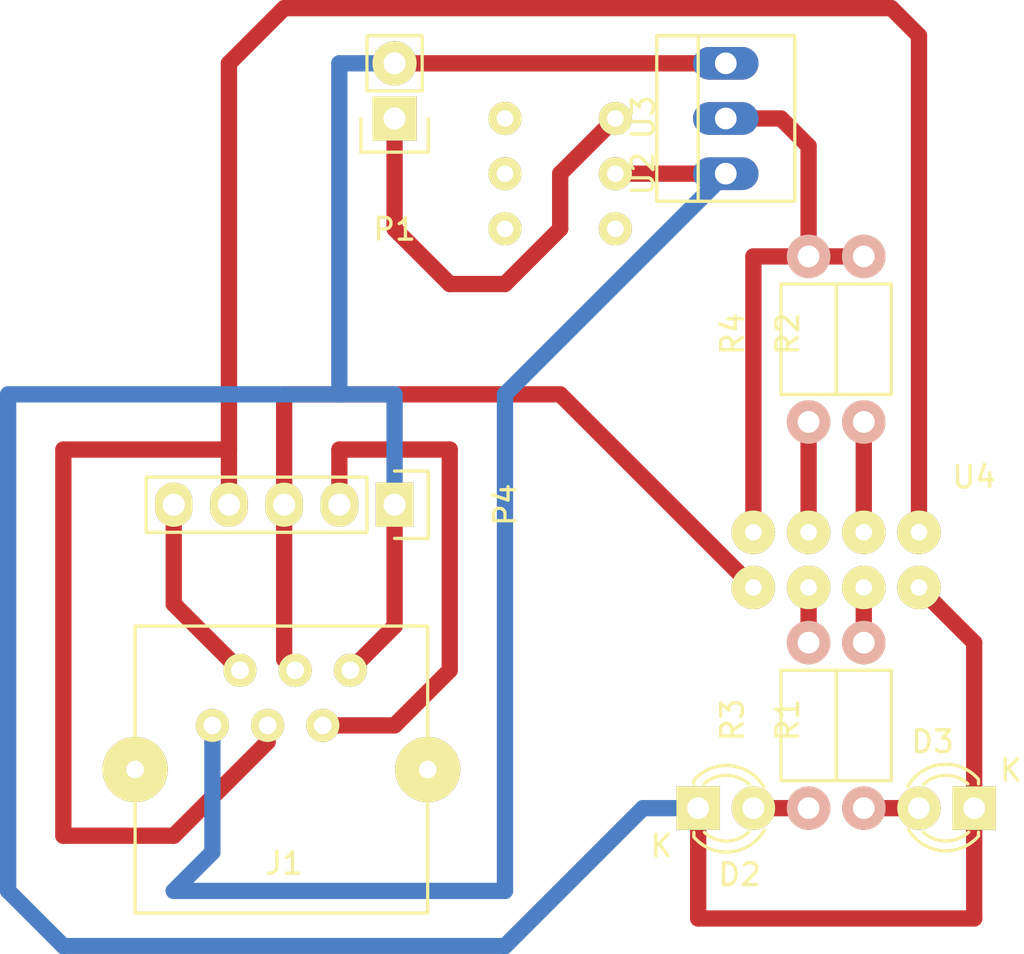
<source format=kicad_pcb>
(kicad_pcb (version 4) (host pcbnew 4.0.2+dfsg1-stable)

  (general
    (links 24)
    (no_connects 0)
    (area 113.724999 62.924999 160.175001 107.255002)
    (thickness 1.6)
    (drawings 0)
    (tracks 66)
    (zones 0)
    (modules 12)
    (nets 21)
  )

  (page A4)
  (layers
    (0 F.Cu signal)
    (31 B.Cu signal)
    (32 B.Adhes user)
    (33 F.Adhes user)
    (34 B.Paste user)
    (35 F.Paste user)
    (36 B.SilkS user)
    (37 F.SilkS user)
    (38 B.Mask user)
    (39 F.Mask user)
    (40 Dwgs.User user)
    (41 Cmts.User user)
    (42 Eco1.User user)
    (43 Eco2.User user)
    (44 Edge.Cuts user)
    (45 Margin user)
    (46 B.CrtYd user)
    (47 F.CrtYd user)
    (48 B.Fab user)
    (49 F.Fab user)
  )

  (setup
    (last_trace_width 0.75)
    (trace_clearance 0.2)
    (zone_clearance 0.508)
    (zone_45_only no)
    (trace_min 0.2)
    (segment_width 0.2)
    (edge_width 0.1)
    (via_size 0.6)
    (via_drill 0.4)
    (via_min_size 0.4)
    (via_min_drill 0.3)
    (uvia_size 0.3)
    (uvia_drill 0.1)
    (uvias_allowed no)
    (uvia_min_size 0.2)
    (uvia_min_drill 0.1)
    (pcb_text_width 0.3)
    (pcb_text_size 1.5 1.5)
    (mod_edge_width 0.15)
    (mod_text_size 1 1)
    (mod_text_width 0.15)
    (pad_size 1.5 1.5)
    (pad_drill 0.6)
    (pad_to_mask_clearance 0)
    (aux_axis_origin 0 0)
    (visible_elements FFFFFF7F)
    (pcbplotparams
      (layerselection 0x00000_00000001)
      (usegerberextensions false)
      (excludeedgelayer true)
      (linewidth 0.100000)
      (plotframeref false)
      (viasonmask false)
      (mode 1)
      (useauxorigin false)
      (hpglpennumber 1)
      (hpglpenspeed 20)
      (hpglpendiameter 15)
      (hpglpenoverlay 2)
      (psnegative false)
      (psa4output false)
      (plotreference true)
      (plotvalue true)
      (plotinvisibletext false)
      (padsonsilk false)
      (subtractmaskfromsilk false)
      (outputformat 1)
      (mirror false)
      (drillshape 0)
      (scaleselection 1)
      (outputdirectory ""))
  )

  (net 0 "")
  (net 1 "Net-(D2-Pad1)")
  (net 2 "Net-(D2-Pad2)")
  (net 3 "Net-(D3-Pad2)")
  (net 4 "Net-(J1-Pad4)")
  (net 5 "Net-(J1-Pad2)")
  (net 6 "Net-(J1-Pad1)")
  (net 7 "Net-(J1-Pad3)")
  (net 8 "Net-(J1-Pad5)")
  (net 9 "Net-(J1-Pad8)")
  (net 10 "Net-(J1-Pad7)")
  (net 11 "Net-(P1-Pad1)")
  (net 12 "Net-(R1-Pad2)")
  (net 13 "Net-(R2-Pad1)")
  (net 14 "Net-(R2-Pad2)")
  (net 15 "Net-(R3-Pad2)")
  (net 16 "Net-(R4-Pad1)")
  (net 17 "Net-(U2-Pad3)")
  (net 18 "Net-(U2-Pad4)")
  (net 19 "Net-(U2-Pad5)")
  (net 20 "Net-(U2-Pad6)")

  (net_class Default "This is the default net class."
    (clearance 0.2)
    (trace_width 0.75)
    (via_dia 0.6)
    (via_drill 0.4)
    (uvia_dia 0.3)
    (uvia_drill 0.1)
    (add_net "Net-(D2-Pad1)")
    (add_net "Net-(D2-Pad2)")
    (add_net "Net-(D3-Pad2)")
    (add_net "Net-(J1-Pad1)")
    (add_net "Net-(J1-Pad2)")
    (add_net "Net-(J1-Pad3)")
    (add_net "Net-(J1-Pad4)")
    (add_net "Net-(J1-Pad5)")
    (add_net "Net-(J1-Pad7)")
    (add_net "Net-(J1-Pad8)")
    (add_net "Net-(P1-Pad1)")
    (add_net "Net-(R1-Pad2)")
    (add_net "Net-(R2-Pad1)")
    (add_net "Net-(R2-Pad2)")
    (add_net "Net-(R3-Pad2)")
    (add_net "Net-(R4-Pad1)")
    (add_net "Net-(U2-Pad3)")
    (add_net "Net-(U2-Pad4)")
    (add_net "Net-(U2-Pad5)")
    (add_net "Net-(U2-Pad6)")
  )

  (module LEDs:LED-3MM (layer F.Cu) (tedit 559B82F6) (tstamp 5739A757)
    (at 146.05 100.33)
    (descr "LED 3mm round vertical")
    (tags "LED  3mm round vertical")
    (path /57397C22)
    (fp_text reference D2 (at 1.91 3.06) (layer F.SilkS)
      (effects (font (size 1 1) (thickness 0.15)))
    )
    (fp_text value LED (at 1.3 -2.9) (layer F.Fab)
      (effects (font (size 1 1) (thickness 0.15)))
    )
    (fp_line (start -1.2 2.3) (end 3.8 2.3) (layer F.CrtYd) (width 0.05))
    (fp_line (start 3.8 2.3) (end 3.8 -2.2) (layer F.CrtYd) (width 0.05))
    (fp_line (start 3.8 -2.2) (end -1.2 -2.2) (layer F.CrtYd) (width 0.05))
    (fp_line (start -1.2 -2.2) (end -1.2 2.3) (layer F.CrtYd) (width 0.05))
    (fp_line (start -0.199 1.314) (end -0.199 1.114) (layer F.SilkS) (width 0.15))
    (fp_line (start -0.199 -1.28) (end -0.199 -1.1) (layer F.SilkS) (width 0.15))
    (fp_arc (start 1.301 0.034) (end -0.199 -1.286) (angle 108.5) (layer F.SilkS) (width 0.15))
    (fp_arc (start 1.301 0.034) (end 0.25 -1.1) (angle 85.7) (layer F.SilkS) (width 0.15))
    (fp_arc (start 1.311 0.034) (end 3.051 0.994) (angle 110) (layer F.SilkS) (width 0.15))
    (fp_arc (start 1.301 0.034) (end 2.335 1.094) (angle 87.5) (layer F.SilkS) (width 0.15))
    (fp_text user K (at -1.69 1.74) (layer F.SilkS)
      (effects (font (size 1 1) (thickness 0.15)))
    )
    (pad 1 thru_hole rect (at 0 0 90) (size 2 2) (drill 1.00076) (layers *.Cu *.Mask F.SilkS)
      (net 1 "Net-(D2-Pad1)"))
    (pad 2 thru_hole circle (at 2.54 0) (size 2 2) (drill 1.00076) (layers *.Cu *.Mask F.SilkS)
      (net 2 "Net-(D2-Pad2)"))
    (model LEDs.3dshapes/LED-3MM.wrl
      (at (xyz 0.05 0 0))
      (scale (xyz 1 1 1))
      (rotate (xyz 0 0 90))
    )
  )

  (module LEDs:LED-3MM (layer F.Cu) (tedit 559B82F6) (tstamp 5739A75D)
    (at 158.75 100.33 180)
    (descr "LED 3mm round vertical")
    (tags "LED  3mm round vertical")
    (path /57397CA8)
    (fp_text reference D3 (at 1.91 3.06 180) (layer F.SilkS)
      (effects (font (size 1 1) (thickness 0.15)))
    )
    (fp_text value LED (at 1.3 -2.9 180) (layer F.Fab)
      (effects (font (size 1 1) (thickness 0.15)))
    )
    (fp_line (start -1.2 2.3) (end 3.8 2.3) (layer F.CrtYd) (width 0.05))
    (fp_line (start 3.8 2.3) (end 3.8 -2.2) (layer F.CrtYd) (width 0.05))
    (fp_line (start 3.8 -2.2) (end -1.2 -2.2) (layer F.CrtYd) (width 0.05))
    (fp_line (start -1.2 -2.2) (end -1.2 2.3) (layer F.CrtYd) (width 0.05))
    (fp_line (start -0.199 1.314) (end -0.199 1.114) (layer F.SilkS) (width 0.15))
    (fp_line (start -0.199 -1.28) (end -0.199 -1.1) (layer F.SilkS) (width 0.15))
    (fp_arc (start 1.301 0.034) (end -0.199 -1.286) (angle 108.5) (layer F.SilkS) (width 0.15))
    (fp_arc (start 1.301 0.034) (end 0.25 -1.1) (angle 85.7) (layer F.SilkS) (width 0.15))
    (fp_arc (start 1.311 0.034) (end 3.051 0.994) (angle 110) (layer F.SilkS) (width 0.15))
    (fp_arc (start 1.301 0.034) (end 2.335 1.094) (angle 87.5) (layer F.SilkS) (width 0.15))
    (fp_text user K (at -1.69 1.74 180) (layer F.SilkS)
      (effects (font (size 1 1) (thickness 0.15)))
    )
    (pad 1 thru_hole rect (at 0 0 270) (size 2 2) (drill 1.00076) (layers *.Cu *.Mask F.SilkS)
      (net 1 "Net-(D2-Pad1)"))
    (pad 2 thru_hole circle (at 2.54 0 180) (size 2 2) (drill 1.00076) (layers *.Cu *.Mask F.SilkS)
      (net 3 "Net-(D3-Pad2)"))
    (model LEDs.3dshapes/LED-3MM.wrl
      (at (xyz 0.05 0 0))
      (scale (xyz 1 1 1))
      (rotate (xyz 0 0 90))
    )
  )

  (module Connect:RJ12_E (layer F.Cu) (tedit 0) (tstamp 5739A769)
    (at 127 102.87)
    (path /573989B6)
    (fp_text reference J1 (at 0 0) (layer F.SilkS)
      (effects (font (size 1 1) (thickness 0.15)))
    )
    (fp_text value RJ12 (at 0 -2.54) (layer F.Fab)
      (effects (font (size 1 1) (thickness 0.15)))
    )
    (fp_line (start -6.858 -10.922) (end -6.858 2.286) (layer F.SilkS) (width 0.15))
    (fp_line (start 6.604 -10.922) (end 6.604 2.286) (layer F.SilkS) (width 0.15))
    (fp_line (start -6.858 2.286) (end 6.604 2.286) (layer F.SilkS) (width 0.15))
    (fp_line (start 5.842 -10.922) (end 6.604 -10.922) (layer F.SilkS) (width 0.15))
    (fp_line (start -6.858 -10.922) (end 5.842 -10.922) (layer F.SilkS) (width 0.15))
    (pad 4 thru_hole circle (at 0.508 -8.89) (size 1.524 1.524) (drill 0.8128) (layers *.Cu *.Mask F.SilkS)
      (net 4 "Net-(J1-Pad4)"))
    (pad 2 thru_hole circle (at -2.032 -8.89) (size 1.524 1.524) (drill 0.8128) (layers *.Cu *.Mask F.SilkS)
      (net 5 "Net-(J1-Pad2)"))
    (pad 6 thru_hole circle (at 3.048 -8.89) (size 1.524 1.524) (drill 0.8128) (layers *.Cu *.Mask F.SilkS)
      (net 1 "Net-(D2-Pad1)"))
    (pad 1 thru_hole circle (at -3.302 -6.35) (size 1.524 1.524) (drill 0.8128) (layers *.Cu *.Mask F.SilkS)
      (net 6 "Net-(J1-Pad1)"))
    (pad 3 thru_hole circle (at -0.762 -6.35) (size 1.524 1.524) (drill 0.8128) (layers *.Cu *.Mask F.SilkS)
      (net 7 "Net-(J1-Pad3)"))
    (pad 5 thru_hole circle (at 1.778 -6.35) (size 1.524 1.524) (drill 0.8128) (layers *.Cu *.Mask F.SilkS)
      (net 8 "Net-(J1-Pad5)"))
    (pad 8 thru_hole circle (at 6.604 -4.318) (size 2.99974 2.99974) (drill 0.8128) (layers *.Cu *.Mask F.SilkS)
      (net 9 "Net-(J1-Pad8)"))
    (pad 7 thru_hole circle (at -6.858 -4.318) (size 2.99974 2.99974) (drill 0.8128) (layers *.Cu *.Mask F.SilkS)
      (net 10 "Net-(J1-Pad7)"))
  )

  (module Pin_Headers:Pin_Header_Straight_1x02 (layer F.Cu) (tedit 54EA090C) (tstamp 5739A76F)
    (at 132.08 68.58 180)
    (descr "Through hole pin header")
    (tags "pin header")
    (path /5739B957)
    (fp_text reference P1 (at 0 -5.1 180) (layer F.SilkS)
      (effects (font (size 1 1) (thickness 0.15)))
    )
    (fp_text value VCC/GND (at 0 -3.1 180) (layer F.Fab)
      (effects (font (size 1 1) (thickness 0.15)))
    )
    (fp_line (start 1.27 1.27) (end 1.27 3.81) (layer F.SilkS) (width 0.15))
    (fp_line (start 1.55 -1.55) (end 1.55 0) (layer F.SilkS) (width 0.15))
    (fp_line (start -1.75 -1.75) (end -1.75 4.3) (layer F.CrtYd) (width 0.05))
    (fp_line (start 1.75 -1.75) (end 1.75 4.3) (layer F.CrtYd) (width 0.05))
    (fp_line (start -1.75 -1.75) (end 1.75 -1.75) (layer F.CrtYd) (width 0.05))
    (fp_line (start -1.75 4.3) (end 1.75 4.3) (layer F.CrtYd) (width 0.05))
    (fp_line (start 1.27 1.27) (end -1.27 1.27) (layer F.SilkS) (width 0.15))
    (fp_line (start -1.55 0) (end -1.55 -1.55) (layer F.SilkS) (width 0.15))
    (fp_line (start -1.55 -1.55) (end 1.55 -1.55) (layer F.SilkS) (width 0.15))
    (fp_line (start -1.27 1.27) (end -1.27 3.81) (layer F.SilkS) (width 0.15))
    (fp_line (start -1.27 3.81) (end 1.27 3.81) (layer F.SilkS) (width 0.15))
    (pad 1 thru_hole rect (at 0 0 180) (size 2.032 2.032) (drill 1.016) (layers *.Cu *.Mask F.SilkS)
      (net 11 "Net-(P1-Pad1)"))
    (pad 2 thru_hole oval (at 0 2.54 180) (size 2.032 2.032) (drill 1.016) (layers *.Cu *.Mask F.SilkS)
      (net 1 "Net-(D2-Pad1)"))
    (model Pin_Headers.3dshapes/Pin_Header_Straight_1x02.wrl
      (at (xyz 0 -0.05 0))
      (scale (xyz 1 1 1))
      (rotate (xyz 0 0 90))
    )
  )

  (module Pin_Headers:Pin_Header_Straight_1x05 (layer F.Cu) (tedit 54EA0684) (tstamp 5739A778)
    (at 132.08 86.36 270)
    (descr "Through hole pin header")
    (tags "pin header")
    (path /5739A985)
    (fp_text reference P4 (at 0 -5.1 270) (layer F.SilkS)
      (effects (font (size 1 1) (thickness 0.15)))
    )
    (fp_text value CONN_01X05 (at 0 -3.1 270) (layer F.Fab)
      (effects (font (size 1 1) (thickness 0.15)))
    )
    (fp_line (start -1.55 0) (end -1.55 -1.55) (layer F.SilkS) (width 0.15))
    (fp_line (start -1.55 -1.55) (end 1.55 -1.55) (layer F.SilkS) (width 0.15))
    (fp_line (start 1.55 -1.55) (end 1.55 0) (layer F.SilkS) (width 0.15))
    (fp_line (start -1.75 -1.75) (end -1.75 11.95) (layer F.CrtYd) (width 0.05))
    (fp_line (start 1.75 -1.75) (end 1.75 11.95) (layer F.CrtYd) (width 0.05))
    (fp_line (start -1.75 -1.75) (end 1.75 -1.75) (layer F.CrtYd) (width 0.05))
    (fp_line (start -1.75 11.95) (end 1.75 11.95) (layer F.CrtYd) (width 0.05))
    (fp_line (start 1.27 1.27) (end 1.27 11.43) (layer F.SilkS) (width 0.15))
    (fp_line (start 1.27 11.43) (end -1.27 11.43) (layer F.SilkS) (width 0.15))
    (fp_line (start -1.27 11.43) (end -1.27 1.27) (layer F.SilkS) (width 0.15))
    (fp_line (start 1.27 1.27) (end -1.27 1.27) (layer F.SilkS) (width 0.15))
    (pad 1 thru_hole rect (at 0 0 270) (size 2.032 1.7272) (drill 1.016) (layers *.Cu *.Mask F.SilkS)
      (net 1 "Net-(D2-Pad1)"))
    (pad 2 thru_hole oval (at 0 2.54 270) (size 2.032 1.7272) (drill 1.016) (layers *.Cu *.Mask F.SilkS)
      (net 8 "Net-(J1-Pad5)"))
    (pad 3 thru_hole oval (at 0 5.08 270) (size 2.032 1.7272) (drill 1.016) (layers *.Cu *.Mask F.SilkS)
      (net 4 "Net-(J1-Pad4)"))
    (pad 4 thru_hole oval (at 0 7.62 270) (size 2.032 1.7272) (drill 1.016) (layers *.Cu *.Mask F.SilkS)
      (net 7 "Net-(J1-Pad3)"))
    (pad 5 thru_hole oval (at 0 10.16 270) (size 2.032 1.7272) (drill 1.016) (layers *.Cu *.Mask F.SilkS)
      (net 5 "Net-(J1-Pad2)"))
    (model Pin_Headers.3dshapes/Pin_Header_Straight_1x05.wrl
      (at (xyz 0 -0.2 0))
      (scale (xyz 1 1 1))
      (rotate (xyz 0 0 90))
    )
  )

  (module Resistors_ThroughHole:Resistor_Horizontal_RM7mm (layer F.Cu) (tedit 569FCF07) (tstamp 5739A77E)
    (at 153.67 100.33 90)
    (descr "Resistor, Axial,  RM 7.62mm, 1/3W,")
    (tags "Resistor Axial RM 7.62mm 1/3W R3")
    (path /573977A6)
    (fp_text reference R1 (at 4.05892 -3.50012 90) (layer F.SilkS)
      (effects (font (size 1 1) (thickness 0.15)))
    )
    (fp_text value 1k (at 3.81 3.81 90) (layer F.Fab)
      (effects (font (size 1 1) (thickness 0.15)))
    )
    (fp_line (start -1.25 -1.5) (end 8.85 -1.5) (layer F.CrtYd) (width 0.05))
    (fp_line (start -1.25 1.5) (end -1.25 -1.5) (layer F.CrtYd) (width 0.05))
    (fp_line (start 8.85 -1.5) (end 8.85 1.5) (layer F.CrtYd) (width 0.05))
    (fp_line (start -1.25 1.5) (end 8.85 1.5) (layer F.CrtYd) (width 0.05))
    (fp_line (start 1.27 -1.27) (end 6.35 -1.27) (layer F.SilkS) (width 0.15))
    (fp_line (start 6.35 -1.27) (end 6.35 1.27) (layer F.SilkS) (width 0.15))
    (fp_line (start 6.35 1.27) (end 1.27 1.27) (layer F.SilkS) (width 0.15))
    (fp_line (start 1.27 1.27) (end 1.27 -1.27) (layer F.SilkS) (width 0.15))
    (pad 1 thru_hole circle (at 0 0 90) (size 1.99898 1.99898) (drill 1.00076) (layers *.Cu *.SilkS *.Mask)
      (net 3 "Net-(D3-Pad2)"))
    (pad 2 thru_hole circle (at 7.62 0 90) (size 1.99898 1.99898) (drill 1.00076) (layers *.Cu *.SilkS *.Mask)
      (net 12 "Net-(R1-Pad2)"))
  )

  (module Resistors_ThroughHole:Resistor_Horizontal_RM7mm (layer F.Cu) (tedit 569FCF07) (tstamp 5739A784)
    (at 153.67 82.55 90)
    (descr "Resistor, Axial,  RM 7.62mm, 1/3W,")
    (tags "Resistor Axial RM 7.62mm 1/3W R3")
    (path /57397E71)
    (fp_text reference R2 (at 4.05892 -3.50012 90) (layer F.SilkS)
      (effects (font (size 1 1) (thickness 0.15)))
    )
    (fp_text value 10k (at 3.81 3.81 90) (layer F.Fab)
      (effects (font (size 1 1) (thickness 0.15)))
    )
    (fp_line (start -1.25 -1.5) (end 8.85 -1.5) (layer F.CrtYd) (width 0.05))
    (fp_line (start -1.25 1.5) (end -1.25 -1.5) (layer F.CrtYd) (width 0.05))
    (fp_line (start 8.85 -1.5) (end 8.85 1.5) (layer F.CrtYd) (width 0.05))
    (fp_line (start -1.25 1.5) (end 8.85 1.5) (layer F.CrtYd) (width 0.05))
    (fp_line (start 1.27 -1.27) (end 6.35 -1.27) (layer F.SilkS) (width 0.15))
    (fp_line (start 6.35 -1.27) (end 6.35 1.27) (layer F.SilkS) (width 0.15))
    (fp_line (start 6.35 1.27) (end 1.27 1.27) (layer F.SilkS) (width 0.15))
    (fp_line (start 1.27 1.27) (end 1.27 -1.27) (layer F.SilkS) (width 0.15))
    (pad 1 thru_hole circle (at 0 0 90) (size 1.99898 1.99898) (drill 1.00076) (layers *.Cu *.SilkS *.Mask)
      (net 13 "Net-(R2-Pad1)"))
    (pad 2 thru_hole circle (at 7.62 0 90) (size 1.99898 1.99898) (drill 1.00076) (layers *.Cu *.SilkS *.Mask)
      (net 14 "Net-(R2-Pad2)"))
  )

  (module Resistors_ThroughHole:Resistor_Horizontal_RM7mm (layer F.Cu) (tedit 569FCF07) (tstamp 5739A78A)
    (at 151.13 100.33 90)
    (descr "Resistor, Axial,  RM 7.62mm, 1/3W,")
    (tags "Resistor Axial RM 7.62mm 1/3W R3")
    (path /5739783B)
    (fp_text reference R3 (at 4.05892 -3.50012 90) (layer F.SilkS)
      (effects (font (size 1 1) (thickness 0.15)))
    )
    (fp_text value 1k (at 3.81 3.81 90) (layer F.Fab)
      (effects (font (size 1 1) (thickness 0.15)))
    )
    (fp_line (start -1.25 -1.5) (end 8.85 -1.5) (layer F.CrtYd) (width 0.05))
    (fp_line (start -1.25 1.5) (end -1.25 -1.5) (layer F.CrtYd) (width 0.05))
    (fp_line (start 8.85 -1.5) (end 8.85 1.5) (layer F.CrtYd) (width 0.05))
    (fp_line (start -1.25 1.5) (end 8.85 1.5) (layer F.CrtYd) (width 0.05))
    (fp_line (start 1.27 -1.27) (end 6.35 -1.27) (layer F.SilkS) (width 0.15))
    (fp_line (start 6.35 -1.27) (end 6.35 1.27) (layer F.SilkS) (width 0.15))
    (fp_line (start 6.35 1.27) (end 1.27 1.27) (layer F.SilkS) (width 0.15))
    (fp_line (start 1.27 1.27) (end 1.27 -1.27) (layer F.SilkS) (width 0.15))
    (pad 1 thru_hole circle (at 0 0 90) (size 1.99898 1.99898) (drill 1.00076) (layers *.Cu *.SilkS *.Mask)
      (net 2 "Net-(D2-Pad2)"))
    (pad 2 thru_hole circle (at 7.62 0 90) (size 1.99898 1.99898) (drill 1.00076) (layers *.Cu *.SilkS *.Mask)
      (net 15 "Net-(R3-Pad2)"))
  )

  (module Resistors_ThroughHole:Resistor_Horizontal_RM7mm (layer F.Cu) (tedit 569FCF07) (tstamp 5739A790)
    (at 151.13 82.55 90)
    (descr "Resistor, Axial,  RM 7.62mm, 1/3W,")
    (tags "Resistor Axial RM 7.62mm 1/3W R3")
    (path /57397DC0)
    (fp_text reference R4 (at 4.05892 -3.50012 90) (layer F.SilkS)
      (effects (font (size 1 1) (thickness 0.15)))
    )
    (fp_text value 10k (at 3.81 3.81 90) (layer F.Fab)
      (effects (font (size 1 1) (thickness 0.15)))
    )
    (fp_line (start -1.25 -1.5) (end 8.85 -1.5) (layer F.CrtYd) (width 0.05))
    (fp_line (start -1.25 1.5) (end -1.25 -1.5) (layer F.CrtYd) (width 0.05))
    (fp_line (start 8.85 -1.5) (end 8.85 1.5) (layer F.CrtYd) (width 0.05))
    (fp_line (start -1.25 1.5) (end 8.85 1.5) (layer F.CrtYd) (width 0.05))
    (fp_line (start 1.27 -1.27) (end 6.35 -1.27) (layer F.SilkS) (width 0.15))
    (fp_line (start 6.35 -1.27) (end 6.35 1.27) (layer F.SilkS) (width 0.15))
    (fp_line (start 6.35 1.27) (end 1.27 1.27) (layer F.SilkS) (width 0.15))
    (fp_line (start 1.27 1.27) (end 1.27 -1.27) (layer F.SilkS) (width 0.15))
    (pad 1 thru_hole circle (at 0 0 90) (size 1.99898 1.99898) (drill 1.00076) (layers *.Cu *.SilkS *.Mask)
      (net 16 "Net-(R4-Pad1)"))
    (pad 2 thru_hole circle (at 7.62 0 90) (size 1.99898 1.99898) (drill 1.00076) (layers *.Cu *.SilkS *.Mask)
      (net 14 "Net-(R2-Pad2)"))
  )

  (module bugs:button (layer F.Cu) (tedit 573994E4) (tstamp 5739A79A)
    (at 139.7 71.12 270)
    (path /573984C1)
    (fp_text reference U2 (at 0 -3.81 270) (layer F.SilkS)
      (effects (font (size 1 1) (thickness 0.15)))
    )
    (fp_text value button (at 0 -0.5 270) (layer F.Fab)
      (effects (font (size 1 1) (thickness 0.15)))
    )
    (pad 1 thru_hole circle (at -2.54 -2.54 270) (size 1.524 1.524) (drill 0.762) (layers *.Cu *.Mask F.SilkS)
      (net 11 "Net-(P1-Pad1)"))
    (pad 2 thru_hole circle (at 0 -2.54 270) (size 1.524 1.524) (drill 0.762) (layers *.Cu *.Mask F.SilkS)
      (net 6 "Net-(J1-Pad1)"))
    (pad 3 thru_hole circle (at 2.54 -2.54 270) (size 1.524 1.524) (drill 0.762) (layers *.Cu *.Mask F.SilkS)
      (net 17 "Net-(U2-Pad3)"))
    (pad 4 thru_hole circle (at -2.54 2.54 270) (size 1.524 1.524) (drill 0.762) (layers *.Cu *.Mask F.SilkS)
      (net 18 "Net-(U2-Pad4)"))
    (pad 5 thru_hole circle (at 0 2.54 270) (size 1.524 1.524) (drill 0.762) (layers *.Cu *.Mask F.SilkS)
      (net 19 "Net-(U2-Pad5)"))
    (pad 6 thru_hole circle (at 2.54 2.54 270) (size 1.524 1.524) (drill 0.762) (layers *.Cu *.Mask F.SilkS)
      (net 20 "Net-(U2-Pad6)"))
  )

  (module Connect:PINHEAD1-3 (layer F.Cu) (tedit 0) (tstamp 5739A7A1)
    (at 147.32 68.58 90)
    (path /5739C06C)
    (attr virtual)
    (fp_text reference U3 (at 0.05 -3.8 90) (layer F.SilkS)
      (effects (font (size 1 1) (thickness 0.15)))
    )
    (fp_text value STAB3.3 (at 0 3.81 90) (layer F.Fab)
      (effects (font (size 1 1) (thickness 0.15)))
    )
    (fp_line (start -3.81 -3.175) (end -3.81 3.175) (layer F.SilkS) (width 0.15))
    (fp_line (start 3.81 -3.175) (end 3.81 3.175) (layer F.SilkS) (width 0.15))
    (fp_line (start 3.81 -1.27) (end -3.81 -1.27) (layer F.SilkS) (width 0.15))
    (fp_line (start -3.81 -3.175) (end 3.81 -3.175) (layer F.SilkS) (width 0.15))
    (fp_line (start 3.81 3.175) (end -3.81 3.175) (layer F.SilkS) (width 0.15))
    (pad 1 thru_hole oval (at -2.54 0 90) (size 1.50622 3.01498) (drill 0.99822) (layers *.Cu *.Mask)
      (net 6 "Net-(J1-Pad1)"))
    (pad 2 thru_hole oval (at 0 0 90) (size 1.50622 3.01498) (drill 0.99822) (layers *.Cu *.Mask)
      (net 14 "Net-(R2-Pad2)"))
    (pad 3 thru_hole oval (at 2.54 0 90) (size 1.50622 3.01498) (drill 0.99822) (layers *.Cu *.Mask)
      (net 1 "Net-(D2-Pad1)"))
  )

  (module bugs:esp8266 (layer F.Cu) (tedit 5727C479) (tstamp 5739A7AD)
    (at 153.67 90.17)
    (path /57397580)
    (fp_text reference U4 (at 5.08 -5.08) (layer F.SilkS)
      (effects (font (size 1 1) (thickness 0.15)))
    )
    (fp_text value ESP8266 (at -2.54 -5.08) (layer F.Fab)
      (effects (font (size 1 1) (thickness 0.15)))
    )
    (pad 1 thru_hole circle (at -5.08 -2.54) (size 2 2) (drill 0.762) (layers *.Cu *.Mask F.SilkS)
      (net 14 "Net-(R2-Pad2)"))
    (pad 2 thru_hole circle (at -2.54 -2.54) (size 2 2) (drill 0.762) (layers *.Cu *.Mask F.SilkS)
      (net 16 "Net-(R4-Pad1)"))
    (pad 3 thru_hole circle (at 0 -2.54) (size 2 2) (drill 0.762) (layers *.Cu *.Mask F.SilkS)
      (net 13 "Net-(R2-Pad1)"))
    (pad 4 thru_hole circle (at 2.54 -2.54) (size 2 2) (drill 0.762) (layers *.Cu *.Mask F.SilkS)
      (net 7 "Net-(J1-Pad3)"))
    (pad 5 thru_hole circle (at 2.54 0) (size 2 2) (drill 0.762) (layers *.Cu *.Mask F.SilkS)
      (net 1 "Net-(D2-Pad1)"))
    (pad 6 thru_hole circle (at 0 0) (size 2 2) (drill 0.762) (layers *.Cu *.Mask F.SilkS)
      (net 12 "Net-(R1-Pad2)"))
    (pad 7 thru_hole circle (at -2.54 0) (size 2 2) (drill 0.762) (layers *.Cu *.Mask F.SilkS)
      (net 15 "Net-(R3-Pad2)"))
    (pad 8 thru_hole circle (at -5.08 0) (size 2 2) (drill 0.762) (layers *.Cu *.Mask F.SilkS)
      (net 4 "Net-(J1-Pad4)"))
  )

  (segment (start 146.05 100.33) (end 143.51 100.33) (width 0.75) (layer B.Cu) (net 1) (status 400000))
  (segment (start 114.3 81.28) (end 129.54 81.28) (width 0.75) (layer B.Cu) (net 1) (tstamp 5739A9E5))
  (segment (start 114.3 104.14) (end 114.3 81.28) (width 0.75) (layer B.Cu) (net 1) (tstamp 5739A9E4))
  (segment (start 116.84 106.68) (end 114.3 104.14) (width 0.75) (layer B.Cu) (net 1) (tstamp 5739A9E3))
  (segment (start 137.16 106.68) (end 116.84 106.68) (width 0.75) (layer B.Cu) (net 1) (tstamp 5739A9E1))
  (segment (start 143.51 100.33) (end 137.16 106.68) (width 0.75) (layer B.Cu) (net 1) (tstamp 5739A9E0))
  (segment (start 132.08 66.04) (end 129.54 66.04) (width 0.75) (layer B.Cu) (net 1))
  (segment (start 129.54 66.04) (end 129.54 81.28) (width 0.75) (layer B.Cu) (net 1) (tstamp 5739A8ED))
  (segment (start 132.08 81.28) (end 132.08 86.36) (width 0.75) (layer B.Cu) (net 1) (tstamp 5739A8EF))
  (segment (start 129.54 81.28) (end 132.08 81.28) (width 0.75) (layer B.Cu) (net 1) (tstamp 5739A8EE))
  (segment (start 132.08 86.36) (end 132.08 91.948) (width 0.75) (layer F.Cu) (net 1))
  (segment (start 132.08 91.948) (end 130.048 93.98) (width 0.75) (layer F.Cu) (net 1) (tstamp 5739A8C5))
  (segment (start 158.75 100.33) (end 158.75 92.71) (width 0.75) (layer F.Cu) (net 1))
  (segment (start 158.75 92.71) (end 156.21 90.17) (width 0.75) (layer F.Cu) (net 1) (tstamp 5739A8AA))
  (segment (start 146.05 100.33) (end 146.05 105.41) (width 0.75) (layer F.Cu) (net 1))
  (segment (start 158.75 105.41) (end 158.75 100.33) (width 0.75) (layer F.Cu) (net 1) (tstamp 5739A8A7))
  (segment (start 146.05 105.41) (end 158.75 105.41) (width 0.75) (layer F.Cu) (net 1) (tstamp 5739A8A6))
  (segment (start 132.08 66.04) (end 147.32 66.04) (width 0.75) (layer F.Cu) (net 1))
  (segment (start 151.13 100.33) (end 148.59 100.33) (width 0.75) (layer F.Cu) (net 2))
  (segment (start 153.67 100.33) (end 156.21 100.33) (width 0.75) (layer F.Cu) (net 3))
  (segment (start 148.59 90.17) (end 139.7 81.28) (width 0.75) (layer F.Cu) (net 4) (status 400000))
  (segment (start 127 81.28) (end 127 86.36) (width 0.75) (layer F.Cu) (net 4) (tstamp 5739A9D4) (status 800000))
  (segment (start 139.7 81.28) (end 127 81.28) (width 0.75) (layer F.Cu) (net 4) (tstamp 5739A9D3))
  (segment (start 127 86.36) (end 127 93.472) (width 0.75) (layer F.Cu) (net 4))
  (segment (start 127 93.472) (end 127.508 93.98) (width 0.75) (layer F.Cu) (net 4) (tstamp 5739A8C2))
  (segment (start 121.92 86.36) (end 121.92 90.932) (width 0.75) (layer F.Cu) (net 5))
  (segment (start 121.92 90.932) (end 124.968 93.98) (width 0.75) (layer F.Cu) (net 5) (tstamp 5739A8BE))
  (segment (start 147.32 71.12) (end 139.7 78.74) (width 0.75) (layer B.Cu) (net 6))
  (segment (start 123.698 102.362) (end 123.698 96.52) (width 0.75) (layer B.Cu) (net 6) (tstamp 5739A9A7))
  (segment (start 121.92 104.14) (end 123.698 102.362) (width 0.75) (layer B.Cu) (net 6) (tstamp 5739A9A6))
  (segment (start 137.16 104.14) (end 121.92 104.14) (width 0.75) (layer B.Cu) (net 6) (tstamp 5739A9A5))
  (segment (start 137.16 81.28) (end 137.16 104.14) (width 0.75) (layer B.Cu) (net 6) (tstamp 5739A9A4))
  (segment (start 139.7 78.74) (end 137.16 81.28) (width 0.75) (layer B.Cu) (net 6) (tstamp 5739A9A3))
  (segment (start 142.24 71.12) (end 147.32 71.12) (width 0.75) (layer F.Cu) (net 6))
  (segment (start 156.21 87.63) (end 156.21 64.77) (width 0.75) (layer F.Cu) (net 7) (status 400000))
  (segment (start 124.46 66.04) (end 124.46 83.82) (width 0.75) (layer F.Cu) (net 7) (tstamp 5739A9DB))
  (segment (start 127 63.5) (end 124.46 66.04) (width 0.75) (layer F.Cu) (net 7) (tstamp 5739A9DA))
  (segment (start 154.94 63.5) (end 127 63.5) (width 0.75) (layer F.Cu) (net 7) (tstamp 5739A9D9))
  (segment (start 156.21 64.77) (end 154.94 63.5) (width 0.75) (layer F.Cu) (net 7) (tstamp 5739A9D8))
  (segment (start 126.238 96.52) (end 126.238 97.282) (width 0.75) (layer F.Cu) (net 7))
  (segment (start 126.238 97.282) (end 121.92 101.6) (width 0.75) (layer F.Cu) (net 7) (tstamp 5739A8CF))
  (segment (start 121.92 101.6) (end 116.84 101.6) (width 0.75) (layer F.Cu) (net 7) (tstamp 5739A8D0))
  (segment (start 116.84 101.6) (end 116.84 83.82) (width 0.75) (layer F.Cu) (net 7) (tstamp 5739A8D2))
  (segment (start 116.84 83.82) (end 124.46 83.82) (width 0.75) (layer F.Cu) (net 7) (tstamp 5739A8D3))
  (segment (start 124.46 83.82) (end 124.46 86.36) (width 0.75) (layer F.Cu) (net 7) (tstamp 5739A8D6))
  (segment (start 129.54 86.36) (end 129.54 83.82) (width 0.75) (layer F.Cu) (net 8))
  (segment (start 132.08 96.52) (end 128.778 96.52) (width 0.75) (layer F.Cu) (net 8) (tstamp 5739A8CB))
  (segment (start 134.62 93.98) (end 132.08 96.52) (width 0.75) (layer F.Cu) (net 8) (tstamp 5739A8CA))
  (segment (start 134.62 83.82) (end 134.62 93.98) (width 0.75) (layer F.Cu) (net 8) (tstamp 5739A8C9))
  (segment (start 129.54 83.82) (end 134.62 83.82) (width 0.75) (layer F.Cu) (net 8) (tstamp 5739A8C8))
  (segment (start 132.08 68.58) (end 132.08 73.66) (width 0.75) (layer F.Cu) (net 11))
  (segment (start 139.7 71.12) (end 142.24 68.58) (width 0.75) (layer F.Cu) (net 11) (tstamp 5739A88A))
  (segment (start 139.7 73.66) (end 139.7 71.12) (width 0.75) (layer F.Cu) (net 11) (tstamp 5739A889))
  (segment (start 137.16 76.2) (end 139.7 73.66) (width 0.75) (layer F.Cu) (net 11) (tstamp 5739A888))
  (segment (start 134.62 76.2) (end 137.16 76.2) (width 0.75) (layer F.Cu) (net 11) (tstamp 5739A887))
  (segment (start 132.08 73.66) (end 134.62 76.2) (width 0.75) (layer F.Cu) (net 11) (tstamp 5739A886))
  (segment (start 153.67 90.17) (end 153.67 92.71) (width 0.75) (layer F.Cu) (net 12))
  (segment (start 153.67 82.55) (end 153.67 87.63) (width 0.75) (layer F.Cu) (net 13))
  (segment (start 147.32 68.58) (end 149.86 68.58) (width 0.75) (layer F.Cu) (net 14) (status 400000))
  (segment (start 151.13 69.85) (end 151.13 74.93) (width 0.75) (layer F.Cu) (net 14) (tstamp 5739A9AC) (status 800000))
  (segment (start 149.86 68.58) (end 151.13 69.85) (width 0.75) (layer F.Cu) (net 14) (tstamp 5739A9AB))
  (segment (start 148.59 87.63) (end 148.59 74.93) (width 0.75) (layer F.Cu) (net 14))
  (segment (start 148.59 74.93) (end 151.13 74.93) (width 0.75) (layer F.Cu) (net 14) (tstamp 5739A896))
  (segment (start 153.67 74.93) (end 151.13 74.93) (width 0.75) (layer F.Cu) (net 14))
  (segment (start 151.13 90.17) (end 151.13 92.71) (width 0.75) (layer F.Cu) (net 15))
  (segment (start 151.13 82.55) (end 151.13 87.63) (width 0.75) (layer F.Cu) (net 16))

)

</source>
